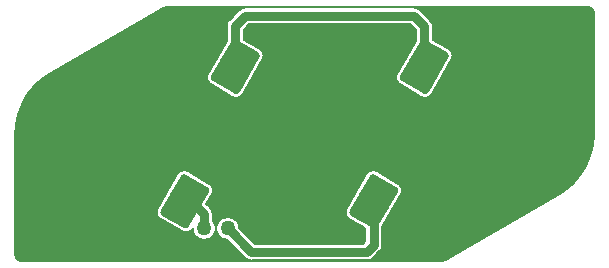
<source format=gtl>
G04 #@! TF.GenerationSoftware,KiCad,Pcbnew,(5.1.4)-1*
G04 #@! TF.CreationDate,2020-09-24T22:44:40-04:00*
G04 #@! TF.ProjectId,Headlight Right,48656164-6c69-4676-9874-205269676874,rev?*
G04 #@! TF.SameCoordinates,Original*
G04 #@! TF.FileFunction,Copper,L1,Top*
G04 #@! TF.FilePolarity,Positive*
%FSLAX46Y46*%
G04 Gerber Fmt 4.6, Leading zero omitted, Abs format (unit mm)*
G04 Created by KiCad (PCBNEW (5.1.4)-1) date 2020-09-24 22:44:40*
%MOMM*%
%LPD*%
G04 APERTURE LIST*
%ADD10C,0.800000*%
%ADD11C,6.400000*%
%ADD12C,0.100000*%
%ADD13C,2.750000*%
%ADD14C,6.000001*%
%ADD15C,1.270000*%
%ADD16C,0.762000*%
%ADD17C,0.152400*%
G04 APERTURE END LIST*
D10*
X138697056Y-98302944D03*
X137000000Y-97600000D03*
X135302944Y-98302944D03*
X134600000Y-100000000D03*
X135302944Y-101697056D03*
X137000000Y-102400000D03*
X138697056Y-101697056D03*
X139400000Y-100000000D03*
D11*
X137000000Y-100000000D03*
D10*
X101697056Y-98302944D03*
X100000000Y-97600000D03*
X98302944Y-98302944D03*
X97600000Y-100000000D03*
X98302944Y-101697056D03*
X100000000Y-102400000D03*
X101697056Y-101697056D03*
X102400000Y-100000000D03*
D11*
X100000000Y-100000000D03*
D12*
G36*
X108345929Y-103405363D02*
G01*
X108379118Y-103411402D01*
X108411556Y-103420665D01*
X108442929Y-103433063D01*
X108472936Y-103448476D01*
X110259114Y-104479726D01*
X110287466Y-104498006D01*
X110313889Y-104518977D01*
X110338130Y-104542437D01*
X110359954Y-104568160D01*
X110379152Y-104595899D01*
X110395539Y-104625385D01*
X110408957Y-104656336D01*
X110419276Y-104688453D01*
X110426398Y-104721427D01*
X110430253Y-104754940D01*
X110430805Y-104788669D01*
X110428048Y-104822290D01*
X110422009Y-104855479D01*
X110412746Y-104887917D01*
X110400348Y-104919290D01*
X110384935Y-104949297D01*
X108728685Y-107818007D01*
X108710405Y-107846359D01*
X108689434Y-107872782D01*
X108665974Y-107897023D01*
X108640251Y-107918847D01*
X108612512Y-107938045D01*
X108583026Y-107954432D01*
X108552075Y-107967850D01*
X108519958Y-107978169D01*
X108486984Y-107985291D01*
X108453471Y-107989146D01*
X108419742Y-107989698D01*
X108386121Y-107986941D01*
X108352932Y-107980902D01*
X108320494Y-107971639D01*
X108289121Y-107959241D01*
X108259114Y-107943828D01*
X106472936Y-106912578D01*
X106444584Y-106894298D01*
X106418161Y-106873327D01*
X106393920Y-106849867D01*
X106372096Y-106824144D01*
X106352898Y-106796405D01*
X106336511Y-106766919D01*
X106323093Y-106735968D01*
X106312774Y-106703851D01*
X106305652Y-106670877D01*
X106301797Y-106637364D01*
X106301245Y-106603635D01*
X106304002Y-106570014D01*
X106310041Y-106536825D01*
X106319304Y-106504387D01*
X106331702Y-106473014D01*
X106347115Y-106443007D01*
X108003365Y-103574297D01*
X108021645Y-103545945D01*
X108042616Y-103519522D01*
X108066076Y-103495281D01*
X108091799Y-103473457D01*
X108119538Y-103454259D01*
X108149024Y-103437872D01*
X108179975Y-103424454D01*
X108212092Y-103414135D01*
X108245066Y-103407013D01*
X108278579Y-103403158D01*
X108312308Y-103402606D01*
X108345929Y-103405363D01*
X108345929Y-103405363D01*
G37*
D13*
X108366025Y-105696152D03*
D12*
G36*
X112613879Y-92013059D02*
G01*
X112647068Y-92019098D01*
X112679506Y-92028361D01*
X112710879Y-92040759D01*
X112740886Y-92056172D01*
X114527064Y-93087422D01*
X114555416Y-93105702D01*
X114581839Y-93126673D01*
X114606080Y-93150133D01*
X114627904Y-93175856D01*
X114647102Y-93203595D01*
X114663489Y-93233081D01*
X114676907Y-93264032D01*
X114687226Y-93296149D01*
X114694348Y-93329123D01*
X114698203Y-93362636D01*
X114698755Y-93396365D01*
X114695998Y-93429986D01*
X114689959Y-93463175D01*
X114680696Y-93495613D01*
X114668298Y-93526986D01*
X114652885Y-93556993D01*
X112996635Y-96425703D01*
X112978355Y-96454055D01*
X112957384Y-96480478D01*
X112933924Y-96504719D01*
X112908201Y-96526543D01*
X112880462Y-96545741D01*
X112850976Y-96562128D01*
X112820025Y-96575546D01*
X112787908Y-96585865D01*
X112754934Y-96592987D01*
X112721421Y-96596842D01*
X112687692Y-96597394D01*
X112654071Y-96594637D01*
X112620882Y-96588598D01*
X112588444Y-96579335D01*
X112557071Y-96566937D01*
X112527064Y-96551524D01*
X110740886Y-95520274D01*
X110712534Y-95501994D01*
X110686111Y-95481023D01*
X110661870Y-95457563D01*
X110640046Y-95431840D01*
X110620848Y-95404101D01*
X110604461Y-95374615D01*
X110591043Y-95343664D01*
X110580724Y-95311547D01*
X110573602Y-95278573D01*
X110569747Y-95245060D01*
X110569195Y-95211331D01*
X110571952Y-95177710D01*
X110577991Y-95144521D01*
X110587254Y-95112083D01*
X110599652Y-95080710D01*
X110615065Y-95050703D01*
X112271315Y-92181993D01*
X112289595Y-92153641D01*
X112310566Y-92127218D01*
X112334026Y-92102977D01*
X112359749Y-92081153D01*
X112387488Y-92061955D01*
X112416974Y-92045568D01*
X112447925Y-92032150D01*
X112480042Y-92021831D01*
X112513016Y-92014709D01*
X112546529Y-92010854D01*
X112580258Y-92010302D01*
X112613879Y-92013059D01*
X112613879Y-92013059D01*
G37*
D13*
X112633975Y-94303848D03*
D14*
X110500000Y-100000000D03*
D12*
G36*
X128613879Y-92013059D02*
G01*
X128647068Y-92019098D01*
X128679506Y-92028361D01*
X128710879Y-92040759D01*
X128740886Y-92056172D01*
X130527064Y-93087422D01*
X130555416Y-93105702D01*
X130581839Y-93126673D01*
X130606080Y-93150133D01*
X130627904Y-93175856D01*
X130647102Y-93203595D01*
X130663489Y-93233081D01*
X130676907Y-93264032D01*
X130687226Y-93296149D01*
X130694348Y-93329123D01*
X130698203Y-93362636D01*
X130698755Y-93396365D01*
X130695998Y-93429986D01*
X130689959Y-93463175D01*
X130680696Y-93495613D01*
X130668298Y-93526986D01*
X130652885Y-93556993D01*
X128996635Y-96425703D01*
X128978355Y-96454055D01*
X128957384Y-96480478D01*
X128933924Y-96504719D01*
X128908201Y-96526543D01*
X128880462Y-96545741D01*
X128850976Y-96562128D01*
X128820025Y-96575546D01*
X128787908Y-96585865D01*
X128754934Y-96592987D01*
X128721421Y-96596842D01*
X128687692Y-96597394D01*
X128654071Y-96594637D01*
X128620882Y-96588598D01*
X128588444Y-96579335D01*
X128557071Y-96566937D01*
X128527064Y-96551524D01*
X126740886Y-95520274D01*
X126712534Y-95501994D01*
X126686111Y-95481023D01*
X126661870Y-95457563D01*
X126640046Y-95431840D01*
X126620848Y-95404101D01*
X126604461Y-95374615D01*
X126591043Y-95343664D01*
X126580724Y-95311547D01*
X126573602Y-95278573D01*
X126569747Y-95245060D01*
X126569195Y-95211331D01*
X126571952Y-95177710D01*
X126577991Y-95144521D01*
X126587254Y-95112083D01*
X126599652Y-95080710D01*
X126615065Y-95050703D01*
X128271315Y-92181993D01*
X128289595Y-92153641D01*
X128310566Y-92127218D01*
X128334026Y-92102977D01*
X128359749Y-92081153D01*
X128387488Y-92061955D01*
X128416974Y-92045568D01*
X128447925Y-92032150D01*
X128480042Y-92021831D01*
X128513016Y-92014709D01*
X128546529Y-92010854D01*
X128580258Y-92010302D01*
X128613879Y-92013059D01*
X128613879Y-92013059D01*
G37*
D13*
X128633975Y-94303848D03*
D12*
G36*
X124345929Y-103405363D02*
G01*
X124379118Y-103411402D01*
X124411556Y-103420665D01*
X124442929Y-103433063D01*
X124472936Y-103448476D01*
X126259114Y-104479726D01*
X126287466Y-104498006D01*
X126313889Y-104518977D01*
X126338130Y-104542437D01*
X126359954Y-104568160D01*
X126379152Y-104595899D01*
X126395539Y-104625385D01*
X126408957Y-104656336D01*
X126419276Y-104688453D01*
X126426398Y-104721427D01*
X126430253Y-104754940D01*
X126430805Y-104788669D01*
X126428048Y-104822290D01*
X126422009Y-104855479D01*
X126412746Y-104887917D01*
X126400348Y-104919290D01*
X126384935Y-104949297D01*
X124728685Y-107818007D01*
X124710405Y-107846359D01*
X124689434Y-107872782D01*
X124665974Y-107897023D01*
X124640251Y-107918847D01*
X124612512Y-107938045D01*
X124583026Y-107954432D01*
X124552075Y-107967850D01*
X124519958Y-107978169D01*
X124486984Y-107985291D01*
X124453471Y-107989146D01*
X124419742Y-107989698D01*
X124386121Y-107986941D01*
X124352932Y-107980902D01*
X124320494Y-107971639D01*
X124289121Y-107959241D01*
X124259114Y-107943828D01*
X122472936Y-106912578D01*
X122444584Y-106894298D01*
X122418161Y-106873327D01*
X122393920Y-106849867D01*
X122372096Y-106824144D01*
X122352898Y-106796405D01*
X122336511Y-106766919D01*
X122323093Y-106735968D01*
X122312774Y-106703851D01*
X122305652Y-106670877D01*
X122301797Y-106637364D01*
X122301245Y-106603635D01*
X122304002Y-106570014D01*
X122310041Y-106536825D01*
X122319304Y-106504387D01*
X122331702Y-106473014D01*
X122347115Y-106443007D01*
X124003365Y-103574297D01*
X124021645Y-103545945D01*
X124042616Y-103519522D01*
X124066076Y-103495281D01*
X124091799Y-103473457D01*
X124119538Y-103454259D01*
X124149024Y-103437872D01*
X124179975Y-103424454D01*
X124212092Y-103414135D01*
X124245066Y-103407013D01*
X124278579Y-103403158D01*
X124312308Y-103402606D01*
X124345929Y-103405363D01*
X124345929Y-103405363D01*
G37*
D13*
X124366025Y-105696152D03*
D14*
X126500000Y-100000000D03*
D15*
X108500000Y-99500000D03*
X112500000Y-100500000D03*
X124500000Y-99500000D03*
X128500000Y-100500000D03*
X126500000Y-100000000D03*
X110500000Y-100000000D03*
X126000000Y-102000000D03*
X127000000Y-98000000D03*
X110000000Y-102000000D03*
X111000000Y-98000000D03*
X116000000Y-92000000D03*
X118000000Y-92000000D03*
X120000000Y-92000000D03*
X122000000Y-92000000D03*
X124000000Y-92000000D03*
X126000000Y-92000000D03*
X125000000Y-94000000D03*
X123000000Y-94000000D03*
X121000000Y-94000000D03*
X119000000Y-94000000D03*
X117000000Y-94000000D03*
X116000000Y-96000000D03*
X118000000Y-96000000D03*
X120000000Y-96000000D03*
X122000000Y-96000000D03*
X124000000Y-96000000D03*
X121000000Y-98000000D03*
X119000000Y-98000000D03*
X117000000Y-98000000D03*
X115000000Y-98000000D03*
X116000000Y-100000000D03*
X118000000Y-100000000D03*
X120000000Y-100000000D03*
X122000000Y-100000000D03*
X121000000Y-102000000D03*
X119000000Y-102000000D03*
X117000000Y-102000000D03*
X115000000Y-102000000D03*
X114000000Y-104000000D03*
X116000000Y-104000000D03*
X118000000Y-104000000D03*
X120000000Y-104000000D03*
X122000000Y-104000000D03*
X121000000Y-106000000D03*
X119000000Y-106000000D03*
X117000000Y-106000000D03*
X115000000Y-106000000D03*
X116000000Y-108000000D03*
X118000000Y-108000000D03*
X120000000Y-108000000D03*
X110000000Y-92000000D03*
X109000000Y-94000000D03*
X108000000Y-92000000D03*
X107000000Y-94000000D03*
X106000000Y-92000000D03*
X105000000Y-94000000D03*
X106000000Y-96000000D03*
X108000000Y-96000000D03*
X107000000Y-98000000D03*
X105000000Y-98000000D03*
X106000000Y-100000000D03*
X105000000Y-102000000D03*
X107000000Y-102000000D03*
X106000000Y-104000000D03*
X105000000Y-106000000D03*
X106000000Y-108000000D03*
X132000000Y-92000000D03*
X134000000Y-92000000D03*
X133000000Y-94000000D03*
X135000000Y-94000000D03*
X136000000Y-92000000D03*
X134000000Y-96000000D03*
X136000000Y-96000000D03*
X132000000Y-96000000D03*
X131000000Y-98000000D03*
X133000000Y-98000000D03*
X132000000Y-100000000D03*
X133000000Y-102000000D03*
X131000000Y-102000000D03*
X132000000Y-104000000D03*
X130000000Y-104000000D03*
X134000000Y-104000000D03*
X128000000Y-104000000D03*
X129000000Y-106000000D03*
X131000000Y-106000000D03*
X133000000Y-106000000D03*
X132000000Y-108000000D03*
X130000000Y-108000000D03*
X128000000Y-108000000D03*
X104000000Y-104000000D03*
X104000000Y-108000000D03*
X103000000Y-106000000D03*
X112000000Y-108000000D03*
X110000000Y-108000000D03*
D16*
X128633975Y-90883975D02*
X128633975Y-94303848D01*
X127750000Y-90000000D02*
X128633975Y-90883975D01*
X113500000Y-90000000D02*
X127750000Y-90000000D01*
X112633975Y-94303848D02*
X112633975Y-90866025D01*
X112633975Y-90866025D02*
X113500000Y-90000000D01*
X114000000Y-110000000D02*
X112000000Y-108000000D01*
X123750000Y-110000000D02*
X114000000Y-110000000D01*
X124366025Y-105696152D02*
X124366025Y-109383975D01*
X124366025Y-109383975D02*
X123750000Y-110000000D01*
X110000000Y-106750000D02*
X110000000Y-108000000D01*
X108366025Y-105696152D02*
X108946152Y-105696152D01*
X108946152Y-105696152D02*
X110000000Y-106750000D01*
D17*
G36*
X142592613Y-89282278D02*
G01*
X142681695Y-89309173D01*
X142763856Y-89352859D01*
X142835974Y-89411677D01*
X142895289Y-89483376D01*
X142939546Y-89565228D01*
X142967065Y-89654130D01*
X142979301Y-89770542D01*
X142979300Y-99979539D01*
X142904094Y-100935118D01*
X142685120Y-101847208D01*
X142326161Y-102713812D01*
X141836051Y-103513599D01*
X141226868Y-104226863D01*
X140508390Y-104840501D01*
X139977826Y-105185052D01*
X130740239Y-110518376D01*
X130454452Y-110648015D01*
X130165816Y-110715713D01*
X129961260Y-110729300D01*
X94525467Y-110729300D01*
X94407387Y-110717722D01*
X94318306Y-110690827D01*
X94236143Y-110647141D01*
X94164026Y-110588323D01*
X94104711Y-110516624D01*
X94060455Y-110434773D01*
X94032935Y-110345870D01*
X94020700Y-110229466D01*
X94020700Y-106659065D01*
X105970710Y-106659065D01*
X105992283Y-106789727D01*
X106038931Y-106913669D01*
X106108864Y-107026129D01*
X106199392Y-107122785D01*
X106307038Y-107199923D01*
X108093216Y-108231173D01*
X108213842Y-108285828D01*
X108342813Y-108315900D01*
X108475172Y-108320233D01*
X108605834Y-108298660D01*
X108729776Y-108252012D01*
X108842236Y-108182079D01*
X108938892Y-108091551D01*
X109016030Y-107983905D01*
X109034800Y-107951394D01*
X109034800Y-108095064D01*
X109071892Y-108281538D01*
X109144651Y-108457194D01*
X109250280Y-108615279D01*
X109384721Y-108749720D01*
X109542806Y-108855349D01*
X109718462Y-108928108D01*
X109904936Y-108965200D01*
X110095064Y-108965200D01*
X110281538Y-108928108D01*
X110457194Y-108855349D01*
X110615279Y-108749720D01*
X110749720Y-108615279D01*
X110855349Y-108457194D01*
X110928108Y-108281538D01*
X110965200Y-108095064D01*
X110965200Y-107904936D01*
X111034800Y-107904936D01*
X111034800Y-108095064D01*
X111071892Y-108281538D01*
X111144651Y-108457194D01*
X111250280Y-108615279D01*
X111384721Y-108749720D01*
X111542806Y-108855349D01*
X111718462Y-108928108D01*
X111904936Y-108965200D01*
X111959413Y-108965200D01*
X113472403Y-110478191D01*
X113494673Y-110505327D01*
X113602967Y-110594202D01*
X113726519Y-110660242D01*
X113860580Y-110700909D01*
X113965064Y-110711200D01*
X113965073Y-110711200D01*
X113999999Y-110714640D01*
X114034925Y-110711200D01*
X123715074Y-110711200D01*
X123750000Y-110714640D01*
X123784926Y-110711200D01*
X123784936Y-110711200D01*
X123889420Y-110700909D01*
X124023481Y-110660242D01*
X124147033Y-110594202D01*
X124255327Y-110505327D01*
X124277601Y-110478186D01*
X124844215Y-109911573D01*
X124871352Y-109889302D01*
X124960227Y-109781008D01*
X125026267Y-109657456D01*
X125066934Y-109523395D01*
X125077225Y-109418911D01*
X125077225Y-109418904D01*
X125080665Y-109383975D01*
X125077225Y-109349047D01*
X125077225Y-107877912D01*
X126672280Y-105115195D01*
X126726935Y-104994569D01*
X126757007Y-104865598D01*
X126761340Y-104733239D01*
X126739767Y-104602577D01*
X126693119Y-104478635D01*
X126623186Y-104366175D01*
X126532658Y-104269519D01*
X126425012Y-104192381D01*
X124638834Y-103161131D01*
X124518208Y-103106476D01*
X124389237Y-103076404D01*
X124256878Y-103072071D01*
X124126216Y-103093644D01*
X124002274Y-103140292D01*
X123889814Y-103210225D01*
X123793158Y-103300753D01*
X123716020Y-103408399D01*
X122059770Y-106277109D01*
X122005115Y-106397735D01*
X121975043Y-106526706D01*
X121970710Y-106659065D01*
X121992283Y-106789727D01*
X122038931Y-106913669D01*
X122108864Y-107026129D01*
X122199392Y-107122785D01*
X122307038Y-107199923D01*
X123654826Y-107978068D01*
X123654826Y-109089386D01*
X123455413Y-109288800D01*
X114294588Y-109288800D01*
X112965200Y-107959413D01*
X112965200Y-107904936D01*
X112928108Y-107718462D01*
X112855349Y-107542806D01*
X112749720Y-107384721D01*
X112615279Y-107250280D01*
X112457194Y-107144651D01*
X112281538Y-107071892D01*
X112095064Y-107034800D01*
X111904936Y-107034800D01*
X111718462Y-107071892D01*
X111542806Y-107144651D01*
X111384721Y-107250280D01*
X111250280Y-107384721D01*
X111144651Y-107542806D01*
X111071892Y-107718462D01*
X111034800Y-107904936D01*
X110965200Y-107904936D01*
X110928108Y-107718462D01*
X110855349Y-107542806D01*
X110749720Y-107384721D01*
X110711200Y-107346201D01*
X110711200Y-106784925D01*
X110714640Y-106749999D01*
X110711200Y-106715073D01*
X110711200Y-106715064D01*
X110700909Y-106610580D01*
X110660242Y-106476519D01*
X110594202Y-106352967D01*
X110527597Y-106271809D01*
X110527593Y-106271805D01*
X110505326Y-106244673D01*
X110478195Y-106222407D01*
X110195972Y-105940185D01*
X110672280Y-105115195D01*
X110726935Y-104994569D01*
X110757007Y-104865598D01*
X110761340Y-104733239D01*
X110739767Y-104602577D01*
X110693119Y-104478635D01*
X110623186Y-104366175D01*
X110532658Y-104269519D01*
X110425012Y-104192381D01*
X108638834Y-103161131D01*
X108518208Y-103106476D01*
X108389237Y-103076404D01*
X108256878Y-103072071D01*
X108126216Y-103093644D01*
X108002274Y-103140292D01*
X107889814Y-103210225D01*
X107793158Y-103300753D01*
X107716020Y-103408399D01*
X106059770Y-106277109D01*
X106005115Y-106397735D01*
X105975043Y-106526706D01*
X105970710Y-106659065D01*
X94020700Y-106659065D01*
X94020700Y-103028457D01*
X99829466Y-103028457D01*
X99874950Y-103122998D01*
X100018402Y-103133502D01*
X100125050Y-103122998D01*
X100170534Y-103028457D01*
X136829466Y-103028457D01*
X136874950Y-103122998D01*
X137018402Y-103133502D01*
X137125050Y-103122998D01*
X137170534Y-103028457D01*
X137000000Y-102857922D01*
X136829466Y-103028457D01*
X100170534Y-103028457D01*
X100000000Y-102857922D01*
X99829466Y-103028457D01*
X94020700Y-103028457D01*
X94020700Y-102325513D01*
X98132410Y-102325513D01*
X98177894Y-102420054D01*
X98321346Y-102430558D01*
X98427994Y-102420054D01*
X98428788Y-102418402D01*
X99266498Y-102418402D01*
X99277002Y-102525050D01*
X99371543Y-102570534D01*
X99542078Y-102400000D01*
X100457922Y-102400000D01*
X100628457Y-102570534D01*
X100722998Y-102525050D01*
X100733502Y-102381598D01*
X100727979Y-102325513D01*
X101526522Y-102325513D01*
X101572006Y-102420054D01*
X101715458Y-102430558D01*
X101822106Y-102420054D01*
X101867590Y-102325513D01*
X135132410Y-102325513D01*
X135177894Y-102420054D01*
X135321346Y-102430558D01*
X135427994Y-102420054D01*
X135428788Y-102418402D01*
X136266498Y-102418402D01*
X136277002Y-102525050D01*
X136371543Y-102570534D01*
X136542078Y-102400000D01*
X137457922Y-102400000D01*
X137628457Y-102570534D01*
X137722998Y-102525050D01*
X137733502Y-102381598D01*
X137727979Y-102325513D01*
X138526522Y-102325513D01*
X138572006Y-102420054D01*
X138715458Y-102430558D01*
X138822106Y-102420054D01*
X138867590Y-102325513D01*
X138697056Y-102154978D01*
X138526522Y-102325513D01*
X137727979Y-102325513D01*
X137722998Y-102274950D01*
X137628457Y-102229466D01*
X137457922Y-102400000D01*
X136542078Y-102400000D01*
X136371543Y-102229466D01*
X136277002Y-102274950D01*
X136266498Y-102418402D01*
X135428788Y-102418402D01*
X135473478Y-102325513D01*
X135302944Y-102154978D01*
X135132410Y-102325513D01*
X101867590Y-102325513D01*
X101697056Y-102154978D01*
X101526522Y-102325513D01*
X100727979Y-102325513D01*
X100722998Y-102274950D01*
X100628457Y-102229466D01*
X100457922Y-102400000D01*
X99542078Y-102400000D01*
X99371543Y-102229466D01*
X99277002Y-102274950D01*
X99266498Y-102418402D01*
X98428788Y-102418402D01*
X98473478Y-102325513D01*
X98302944Y-102154978D01*
X98132410Y-102325513D01*
X94020700Y-102325513D01*
X94020700Y-101715458D01*
X97569442Y-101715458D01*
X97579946Y-101822106D01*
X97674487Y-101867590D01*
X97845022Y-101697056D01*
X98760866Y-101697056D01*
X98931401Y-101867590D01*
X99025942Y-101822106D01*
X99029644Y-101771543D01*
X99829466Y-101771543D01*
X100000000Y-101942078D01*
X100170534Y-101771543D01*
X100143552Y-101715458D01*
X100963554Y-101715458D01*
X100974058Y-101822106D01*
X101068599Y-101867590D01*
X101239134Y-101697056D01*
X102154978Y-101697056D01*
X102325513Y-101867590D01*
X102420054Y-101822106D01*
X102427863Y-101715458D01*
X134569442Y-101715458D01*
X134579946Y-101822106D01*
X134674487Y-101867590D01*
X134845022Y-101697056D01*
X135760866Y-101697056D01*
X135931401Y-101867590D01*
X136025942Y-101822106D01*
X136029644Y-101771543D01*
X136829466Y-101771543D01*
X137000000Y-101942078D01*
X137170534Y-101771543D01*
X137143552Y-101715458D01*
X137963554Y-101715458D01*
X137974058Y-101822106D01*
X138068599Y-101867590D01*
X138239134Y-101697056D01*
X139154978Y-101697056D01*
X139325513Y-101867590D01*
X139420054Y-101822106D01*
X139430558Y-101678654D01*
X139420054Y-101572006D01*
X139325513Y-101526522D01*
X139154978Y-101697056D01*
X138239134Y-101697056D01*
X138068599Y-101526522D01*
X137974058Y-101572006D01*
X137963554Y-101715458D01*
X137143552Y-101715458D01*
X137125050Y-101677002D01*
X136981598Y-101666498D01*
X136874950Y-101677002D01*
X136829466Y-101771543D01*
X136029644Y-101771543D01*
X136036446Y-101678654D01*
X136025942Y-101572006D01*
X135931401Y-101526522D01*
X135760866Y-101697056D01*
X134845022Y-101697056D01*
X134674487Y-101526522D01*
X134579946Y-101572006D01*
X134569442Y-101715458D01*
X102427863Y-101715458D01*
X102430558Y-101678654D01*
X102420054Y-101572006D01*
X102325513Y-101526522D01*
X102154978Y-101697056D01*
X101239134Y-101697056D01*
X101068599Y-101526522D01*
X100974058Y-101572006D01*
X100963554Y-101715458D01*
X100143552Y-101715458D01*
X100125050Y-101677002D01*
X99981598Y-101666498D01*
X99874950Y-101677002D01*
X99829466Y-101771543D01*
X99029644Y-101771543D01*
X99036446Y-101678654D01*
X99025942Y-101572006D01*
X98931401Y-101526522D01*
X98760866Y-101697056D01*
X97845022Y-101697056D01*
X97674487Y-101526522D01*
X97579946Y-101572006D01*
X97569442Y-101715458D01*
X94020700Y-101715458D01*
X94020700Y-101068599D01*
X98132410Y-101068599D01*
X98302944Y-101239134D01*
X98473478Y-101068599D01*
X101526522Y-101068599D01*
X101697056Y-101239134D01*
X101867590Y-101068599D01*
X135132410Y-101068599D01*
X135302944Y-101239134D01*
X135473478Y-101068599D01*
X138526522Y-101068599D01*
X138697056Y-101239134D01*
X138867590Y-101068599D01*
X138822106Y-100974058D01*
X138678654Y-100963554D01*
X138572006Y-100974058D01*
X138526522Y-101068599D01*
X135473478Y-101068599D01*
X135427994Y-100974058D01*
X135284542Y-100963554D01*
X135177894Y-100974058D01*
X135132410Y-101068599D01*
X101867590Y-101068599D01*
X101822106Y-100974058D01*
X101678654Y-100963554D01*
X101572006Y-100974058D01*
X101526522Y-101068599D01*
X98473478Y-101068599D01*
X98427994Y-100974058D01*
X98284542Y-100963554D01*
X98177894Y-100974058D01*
X98132410Y-101068599D01*
X94020700Y-101068599D01*
X94020700Y-100628457D01*
X97429466Y-100628457D01*
X97474950Y-100722998D01*
X97618402Y-100733502D01*
X97725050Y-100722998D01*
X97770534Y-100628457D01*
X102229466Y-100628457D01*
X102274950Y-100722998D01*
X102418402Y-100733502D01*
X102525050Y-100722998D01*
X102570534Y-100628457D01*
X134429466Y-100628457D01*
X134474950Y-100722998D01*
X134618402Y-100733502D01*
X134725050Y-100722998D01*
X134770534Y-100628457D01*
X139229466Y-100628457D01*
X139274950Y-100722998D01*
X139418402Y-100733502D01*
X139525050Y-100722998D01*
X139570534Y-100628457D01*
X139400000Y-100457922D01*
X139229466Y-100628457D01*
X134770534Y-100628457D01*
X134600000Y-100457922D01*
X134429466Y-100628457D01*
X102570534Y-100628457D01*
X102400000Y-100457922D01*
X102229466Y-100628457D01*
X97770534Y-100628457D01*
X97600000Y-100457922D01*
X97429466Y-100628457D01*
X94020700Y-100628457D01*
X94020700Y-100020461D01*
X94020862Y-100018402D01*
X96866498Y-100018402D01*
X96877002Y-100125050D01*
X96971543Y-100170534D01*
X97142078Y-100000000D01*
X98057922Y-100000000D01*
X98228457Y-100170534D01*
X98322998Y-100125050D01*
X98330807Y-100018402D01*
X101666498Y-100018402D01*
X101677002Y-100125050D01*
X101771543Y-100170534D01*
X101942078Y-100000000D01*
X102857922Y-100000000D01*
X103028457Y-100170534D01*
X103122998Y-100125050D01*
X103130807Y-100018402D01*
X133866498Y-100018402D01*
X133877002Y-100125050D01*
X133971543Y-100170534D01*
X134142078Y-100000000D01*
X135057922Y-100000000D01*
X135228457Y-100170534D01*
X135322998Y-100125050D01*
X135330807Y-100018402D01*
X138666498Y-100018402D01*
X138677002Y-100125050D01*
X138771543Y-100170534D01*
X138942078Y-100000000D01*
X139857922Y-100000000D01*
X140028457Y-100170534D01*
X140122998Y-100125050D01*
X140133502Y-99981598D01*
X140122998Y-99874950D01*
X140028457Y-99829466D01*
X139857922Y-100000000D01*
X138942078Y-100000000D01*
X138771543Y-99829466D01*
X138677002Y-99874950D01*
X138666498Y-100018402D01*
X135330807Y-100018402D01*
X135333502Y-99981598D01*
X135322998Y-99874950D01*
X135228457Y-99829466D01*
X135057922Y-100000000D01*
X134142078Y-100000000D01*
X133971543Y-99829466D01*
X133877002Y-99874950D01*
X133866498Y-100018402D01*
X103130807Y-100018402D01*
X103133502Y-99981598D01*
X103122998Y-99874950D01*
X103028457Y-99829466D01*
X102857922Y-100000000D01*
X101942078Y-100000000D01*
X101771543Y-99829466D01*
X101677002Y-99874950D01*
X101666498Y-100018402D01*
X98330807Y-100018402D01*
X98333502Y-99981598D01*
X98322998Y-99874950D01*
X98228457Y-99829466D01*
X98057922Y-100000000D01*
X97142078Y-100000000D01*
X96971543Y-99829466D01*
X96877002Y-99874950D01*
X96866498Y-100018402D01*
X94020862Y-100018402D01*
X94071771Y-99371543D01*
X97429466Y-99371543D01*
X97600000Y-99542078D01*
X97770534Y-99371543D01*
X102229466Y-99371543D01*
X102400000Y-99542078D01*
X102570534Y-99371543D01*
X134429466Y-99371543D01*
X134600000Y-99542078D01*
X134770534Y-99371543D01*
X139229466Y-99371543D01*
X139400000Y-99542078D01*
X139570534Y-99371543D01*
X139525050Y-99277002D01*
X139381598Y-99266498D01*
X139274950Y-99277002D01*
X139229466Y-99371543D01*
X134770534Y-99371543D01*
X134725050Y-99277002D01*
X134581598Y-99266498D01*
X134474950Y-99277002D01*
X134429466Y-99371543D01*
X102570534Y-99371543D01*
X102525050Y-99277002D01*
X102381598Y-99266498D01*
X102274950Y-99277002D01*
X102229466Y-99371543D01*
X97770534Y-99371543D01*
X97725050Y-99277002D01*
X97581598Y-99266498D01*
X97474950Y-99277002D01*
X97429466Y-99371543D01*
X94071771Y-99371543D01*
X94095906Y-99064882D01*
X94127951Y-98931401D01*
X98132410Y-98931401D01*
X98177894Y-99025942D01*
X98321346Y-99036446D01*
X98427994Y-99025942D01*
X98473478Y-98931401D01*
X101526522Y-98931401D01*
X101572006Y-99025942D01*
X101715458Y-99036446D01*
X101822106Y-99025942D01*
X101867590Y-98931401D01*
X135132410Y-98931401D01*
X135177894Y-99025942D01*
X135321346Y-99036446D01*
X135427994Y-99025942D01*
X135473478Y-98931401D01*
X138526522Y-98931401D01*
X138572006Y-99025942D01*
X138715458Y-99036446D01*
X138822106Y-99025942D01*
X138867590Y-98931401D01*
X138697056Y-98760866D01*
X138526522Y-98931401D01*
X135473478Y-98931401D01*
X135302944Y-98760866D01*
X135132410Y-98931401D01*
X101867590Y-98931401D01*
X101697056Y-98760866D01*
X101526522Y-98931401D01*
X98473478Y-98931401D01*
X98302944Y-98760866D01*
X98132410Y-98931401D01*
X94127951Y-98931401D01*
X94274413Y-98321346D01*
X97569442Y-98321346D01*
X97579946Y-98427994D01*
X97674487Y-98473478D01*
X97845022Y-98302944D01*
X98760866Y-98302944D01*
X98931401Y-98473478D01*
X99025942Y-98427994D01*
X99036446Y-98284542D01*
X99030923Y-98228457D01*
X99829466Y-98228457D01*
X99874950Y-98322998D01*
X100018402Y-98333502D01*
X100125050Y-98322998D01*
X100125844Y-98321346D01*
X100963554Y-98321346D01*
X100974058Y-98427994D01*
X101068599Y-98473478D01*
X101239134Y-98302944D01*
X102154978Y-98302944D01*
X102325513Y-98473478D01*
X102420054Y-98427994D01*
X102427863Y-98321346D01*
X134569442Y-98321346D01*
X134579946Y-98427994D01*
X134674487Y-98473478D01*
X134845022Y-98302944D01*
X135760866Y-98302944D01*
X135931401Y-98473478D01*
X136025942Y-98427994D01*
X136036446Y-98284542D01*
X136030923Y-98228457D01*
X136829466Y-98228457D01*
X136874950Y-98322998D01*
X137018402Y-98333502D01*
X137125050Y-98322998D01*
X137125844Y-98321346D01*
X137963554Y-98321346D01*
X137974058Y-98427994D01*
X138068599Y-98473478D01*
X138239134Y-98302944D01*
X139154978Y-98302944D01*
X139325513Y-98473478D01*
X139420054Y-98427994D01*
X139430558Y-98284542D01*
X139420054Y-98177894D01*
X139325513Y-98132410D01*
X139154978Y-98302944D01*
X138239134Y-98302944D01*
X138068599Y-98132410D01*
X137974058Y-98177894D01*
X137963554Y-98321346D01*
X137125844Y-98321346D01*
X137170534Y-98228457D01*
X137000000Y-98057922D01*
X136829466Y-98228457D01*
X136030923Y-98228457D01*
X136025942Y-98177894D01*
X135931401Y-98132410D01*
X135760866Y-98302944D01*
X134845022Y-98302944D01*
X134674487Y-98132410D01*
X134579946Y-98177894D01*
X134569442Y-98321346D01*
X102427863Y-98321346D01*
X102430558Y-98284542D01*
X102420054Y-98177894D01*
X102325513Y-98132410D01*
X102154978Y-98302944D01*
X101239134Y-98302944D01*
X101068599Y-98132410D01*
X100974058Y-98177894D01*
X100963554Y-98321346D01*
X100125844Y-98321346D01*
X100170534Y-98228457D01*
X100000000Y-98057922D01*
X99829466Y-98228457D01*
X99030923Y-98228457D01*
X99025942Y-98177894D01*
X98931401Y-98132410D01*
X98760866Y-98302944D01*
X97845022Y-98302944D01*
X97674487Y-98132410D01*
X97579946Y-98177894D01*
X97569442Y-98321346D01*
X94274413Y-98321346D01*
X94314880Y-98152792D01*
X94513000Y-97674487D01*
X98132410Y-97674487D01*
X98302944Y-97845022D01*
X98473478Y-97674487D01*
X98446496Y-97618402D01*
X99266498Y-97618402D01*
X99277002Y-97725050D01*
X99371543Y-97770534D01*
X99542078Y-97600000D01*
X100457922Y-97600000D01*
X100628457Y-97770534D01*
X100722998Y-97725050D01*
X100726700Y-97674487D01*
X101526522Y-97674487D01*
X101697056Y-97845022D01*
X101867590Y-97674487D01*
X135132410Y-97674487D01*
X135302944Y-97845022D01*
X135473478Y-97674487D01*
X135446496Y-97618402D01*
X136266498Y-97618402D01*
X136277002Y-97725050D01*
X136371543Y-97770534D01*
X136542078Y-97600000D01*
X137457922Y-97600000D01*
X137628457Y-97770534D01*
X137722998Y-97725050D01*
X137726700Y-97674487D01*
X138526522Y-97674487D01*
X138697056Y-97845022D01*
X138867590Y-97674487D01*
X138822106Y-97579946D01*
X138678654Y-97569442D01*
X138572006Y-97579946D01*
X138526522Y-97674487D01*
X137726700Y-97674487D01*
X137733502Y-97581598D01*
X137722998Y-97474950D01*
X137628457Y-97429466D01*
X137457922Y-97600000D01*
X136542078Y-97600000D01*
X136371543Y-97429466D01*
X136277002Y-97474950D01*
X136266498Y-97618402D01*
X135446496Y-97618402D01*
X135427994Y-97579946D01*
X135284542Y-97569442D01*
X135177894Y-97579946D01*
X135132410Y-97674487D01*
X101867590Y-97674487D01*
X101822106Y-97579946D01*
X101678654Y-97569442D01*
X101572006Y-97579946D01*
X101526522Y-97674487D01*
X100726700Y-97674487D01*
X100733502Y-97581598D01*
X100722998Y-97474950D01*
X100628457Y-97429466D01*
X100457922Y-97600000D01*
X99542078Y-97600000D01*
X99371543Y-97429466D01*
X99277002Y-97474950D01*
X99266498Y-97618402D01*
X98446496Y-97618402D01*
X98427994Y-97579946D01*
X98284542Y-97569442D01*
X98177894Y-97579946D01*
X98132410Y-97674487D01*
X94513000Y-97674487D01*
X94673840Y-97286186D01*
X94866653Y-96971543D01*
X99829466Y-96971543D01*
X100000000Y-97142078D01*
X100170534Y-96971543D01*
X136829466Y-96971543D01*
X137000000Y-97142078D01*
X137170534Y-96971543D01*
X137125050Y-96877002D01*
X136981598Y-96866498D01*
X136874950Y-96877002D01*
X136829466Y-96971543D01*
X100170534Y-96971543D01*
X100125050Y-96877002D01*
X99981598Y-96866498D01*
X99874950Y-96877002D01*
X99829466Y-96971543D01*
X94866653Y-96971543D01*
X95163951Y-96486397D01*
X95773137Y-95773132D01*
X96366023Y-95266761D01*
X110238660Y-95266761D01*
X110260233Y-95397423D01*
X110306881Y-95521365D01*
X110376814Y-95633825D01*
X110467342Y-95730481D01*
X110574988Y-95807619D01*
X112361166Y-96838869D01*
X112481792Y-96893524D01*
X112610763Y-96923596D01*
X112743122Y-96927929D01*
X112873784Y-96906356D01*
X112997726Y-96859708D01*
X113110186Y-96789775D01*
X113206842Y-96699247D01*
X113283980Y-96591601D01*
X114940230Y-93722891D01*
X114994885Y-93602265D01*
X115024957Y-93473294D01*
X115029290Y-93340935D01*
X115007717Y-93210273D01*
X114961069Y-93086331D01*
X114891136Y-92973871D01*
X114800608Y-92877215D01*
X114692962Y-92800077D01*
X113345175Y-92021932D01*
X113345175Y-91160613D01*
X113794588Y-90711200D01*
X127455413Y-90711200D01*
X127922775Y-91178564D01*
X127922775Y-92122087D01*
X126327720Y-94884805D01*
X126273065Y-95005431D01*
X126242993Y-95134402D01*
X126238660Y-95266761D01*
X126260233Y-95397423D01*
X126306881Y-95521365D01*
X126376814Y-95633825D01*
X126467342Y-95730481D01*
X126574988Y-95807619D01*
X128361166Y-96838869D01*
X128481792Y-96893524D01*
X128610763Y-96923596D01*
X128743122Y-96927929D01*
X128873784Y-96906356D01*
X128997726Y-96859708D01*
X129110186Y-96789775D01*
X129206842Y-96699247D01*
X129283980Y-96591601D01*
X130940230Y-93722891D01*
X130994885Y-93602265D01*
X131024957Y-93473294D01*
X131029290Y-93340935D01*
X131007717Y-93210273D01*
X130961069Y-93086331D01*
X130891136Y-92973871D01*
X130800608Y-92877215D01*
X130692962Y-92800077D01*
X129345175Y-92021932D01*
X129345175Y-90918892D01*
X129348614Y-90883974D01*
X129345175Y-90849056D01*
X129345175Y-90849039D01*
X129334884Y-90744555D01*
X129294217Y-90610494D01*
X129228177Y-90486942D01*
X129220994Y-90478190D01*
X129161572Y-90405783D01*
X129161563Y-90405774D01*
X129139301Y-90378648D01*
X129112175Y-90356386D01*
X128277601Y-89521814D01*
X128255327Y-89494673D01*
X128147033Y-89405798D01*
X128023481Y-89339758D01*
X127889420Y-89299091D01*
X127784936Y-89288800D01*
X127784926Y-89288800D01*
X127750000Y-89285360D01*
X127715074Y-89288800D01*
X113534925Y-89288800D01*
X113499999Y-89285360D01*
X113465073Y-89288800D01*
X113465064Y-89288800D01*
X113360580Y-89299091D01*
X113226519Y-89339758D01*
X113123272Y-89394945D01*
X113102967Y-89405798D01*
X113021808Y-89472403D01*
X113021804Y-89472407D01*
X112994673Y-89494673D01*
X112972407Y-89521804D01*
X112155785Y-90338428D01*
X112128649Y-90360698D01*
X112106379Y-90387834D01*
X112106378Y-90387835D01*
X112039773Y-90468993D01*
X111973734Y-90592544D01*
X111933067Y-90726606D01*
X111919335Y-90866025D01*
X111922776Y-90900961D01*
X111922776Y-92122087D01*
X110327720Y-94884805D01*
X110273065Y-95005431D01*
X110242993Y-95134402D01*
X110238660Y-95266761D01*
X96366023Y-95266761D01*
X96491610Y-95159500D01*
X97022173Y-94814947D01*
X106259769Y-89481620D01*
X106545547Y-89351985D01*
X106834185Y-89284287D01*
X107038740Y-89270700D01*
X142474532Y-89270700D01*
X142592613Y-89282278D01*
X142592613Y-89282278D01*
G37*
X142592613Y-89282278D02*
X142681695Y-89309173D01*
X142763856Y-89352859D01*
X142835974Y-89411677D01*
X142895289Y-89483376D01*
X142939546Y-89565228D01*
X142967065Y-89654130D01*
X142979301Y-89770542D01*
X142979300Y-99979539D01*
X142904094Y-100935118D01*
X142685120Y-101847208D01*
X142326161Y-102713812D01*
X141836051Y-103513599D01*
X141226868Y-104226863D01*
X140508390Y-104840501D01*
X139977826Y-105185052D01*
X130740239Y-110518376D01*
X130454452Y-110648015D01*
X130165816Y-110715713D01*
X129961260Y-110729300D01*
X94525467Y-110729300D01*
X94407387Y-110717722D01*
X94318306Y-110690827D01*
X94236143Y-110647141D01*
X94164026Y-110588323D01*
X94104711Y-110516624D01*
X94060455Y-110434773D01*
X94032935Y-110345870D01*
X94020700Y-110229466D01*
X94020700Y-106659065D01*
X105970710Y-106659065D01*
X105992283Y-106789727D01*
X106038931Y-106913669D01*
X106108864Y-107026129D01*
X106199392Y-107122785D01*
X106307038Y-107199923D01*
X108093216Y-108231173D01*
X108213842Y-108285828D01*
X108342813Y-108315900D01*
X108475172Y-108320233D01*
X108605834Y-108298660D01*
X108729776Y-108252012D01*
X108842236Y-108182079D01*
X108938892Y-108091551D01*
X109016030Y-107983905D01*
X109034800Y-107951394D01*
X109034800Y-108095064D01*
X109071892Y-108281538D01*
X109144651Y-108457194D01*
X109250280Y-108615279D01*
X109384721Y-108749720D01*
X109542806Y-108855349D01*
X109718462Y-108928108D01*
X109904936Y-108965200D01*
X110095064Y-108965200D01*
X110281538Y-108928108D01*
X110457194Y-108855349D01*
X110615279Y-108749720D01*
X110749720Y-108615279D01*
X110855349Y-108457194D01*
X110928108Y-108281538D01*
X110965200Y-108095064D01*
X110965200Y-107904936D01*
X111034800Y-107904936D01*
X111034800Y-108095064D01*
X111071892Y-108281538D01*
X111144651Y-108457194D01*
X111250280Y-108615279D01*
X111384721Y-108749720D01*
X111542806Y-108855349D01*
X111718462Y-108928108D01*
X111904936Y-108965200D01*
X111959413Y-108965200D01*
X113472403Y-110478191D01*
X113494673Y-110505327D01*
X113602967Y-110594202D01*
X113726519Y-110660242D01*
X113860580Y-110700909D01*
X113965064Y-110711200D01*
X113965073Y-110711200D01*
X113999999Y-110714640D01*
X114034925Y-110711200D01*
X123715074Y-110711200D01*
X123750000Y-110714640D01*
X123784926Y-110711200D01*
X123784936Y-110711200D01*
X123889420Y-110700909D01*
X124023481Y-110660242D01*
X124147033Y-110594202D01*
X124255327Y-110505327D01*
X124277601Y-110478186D01*
X124844215Y-109911573D01*
X124871352Y-109889302D01*
X124960227Y-109781008D01*
X125026267Y-109657456D01*
X125066934Y-109523395D01*
X125077225Y-109418911D01*
X125077225Y-109418904D01*
X125080665Y-109383975D01*
X125077225Y-109349047D01*
X125077225Y-107877912D01*
X126672280Y-105115195D01*
X126726935Y-104994569D01*
X126757007Y-104865598D01*
X126761340Y-104733239D01*
X126739767Y-104602577D01*
X126693119Y-104478635D01*
X126623186Y-104366175D01*
X126532658Y-104269519D01*
X126425012Y-104192381D01*
X124638834Y-103161131D01*
X124518208Y-103106476D01*
X124389237Y-103076404D01*
X124256878Y-103072071D01*
X124126216Y-103093644D01*
X124002274Y-103140292D01*
X123889814Y-103210225D01*
X123793158Y-103300753D01*
X123716020Y-103408399D01*
X122059770Y-106277109D01*
X122005115Y-106397735D01*
X121975043Y-106526706D01*
X121970710Y-106659065D01*
X121992283Y-106789727D01*
X122038931Y-106913669D01*
X122108864Y-107026129D01*
X122199392Y-107122785D01*
X122307038Y-107199923D01*
X123654826Y-107978068D01*
X123654826Y-109089386D01*
X123455413Y-109288800D01*
X114294588Y-109288800D01*
X112965200Y-107959413D01*
X112965200Y-107904936D01*
X112928108Y-107718462D01*
X112855349Y-107542806D01*
X112749720Y-107384721D01*
X112615279Y-107250280D01*
X112457194Y-107144651D01*
X112281538Y-107071892D01*
X112095064Y-107034800D01*
X111904936Y-107034800D01*
X111718462Y-107071892D01*
X111542806Y-107144651D01*
X111384721Y-107250280D01*
X111250280Y-107384721D01*
X111144651Y-107542806D01*
X111071892Y-107718462D01*
X111034800Y-107904936D01*
X110965200Y-107904936D01*
X110928108Y-107718462D01*
X110855349Y-107542806D01*
X110749720Y-107384721D01*
X110711200Y-107346201D01*
X110711200Y-106784925D01*
X110714640Y-106749999D01*
X110711200Y-106715073D01*
X110711200Y-106715064D01*
X110700909Y-106610580D01*
X110660242Y-106476519D01*
X110594202Y-106352967D01*
X110527597Y-106271809D01*
X110527593Y-106271805D01*
X110505326Y-106244673D01*
X110478195Y-106222407D01*
X110195972Y-105940185D01*
X110672280Y-105115195D01*
X110726935Y-104994569D01*
X110757007Y-104865598D01*
X110761340Y-104733239D01*
X110739767Y-104602577D01*
X110693119Y-104478635D01*
X110623186Y-104366175D01*
X110532658Y-104269519D01*
X110425012Y-104192381D01*
X108638834Y-103161131D01*
X108518208Y-103106476D01*
X108389237Y-103076404D01*
X108256878Y-103072071D01*
X108126216Y-103093644D01*
X108002274Y-103140292D01*
X107889814Y-103210225D01*
X107793158Y-103300753D01*
X107716020Y-103408399D01*
X106059770Y-106277109D01*
X106005115Y-106397735D01*
X105975043Y-106526706D01*
X105970710Y-106659065D01*
X94020700Y-106659065D01*
X94020700Y-103028457D01*
X99829466Y-103028457D01*
X99874950Y-103122998D01*
X100018402Y-103133502D01*
X100125050Y-103122998D01*
X100170534Y-103028457D01*
X136829466Y-103028457D01*
X136874950Y-103122998D01*
X137018402Y-103133502D01*
X137125050Y-103122998D01*
X137170534Y-103028457D01*
X137000000Y-102857922D01*
X136829466Y-103028457D01*
X100170534Y-103028457D01*
X100000000Y-102857922D01*
X99829466Y-103028457D01*
X94020700Y-103028457D01*
X94020700Y-102325513D01*
X98132410Y-102325513D01*
X98177894Y-102420054D01*
X98321346Y-102430558D01*
X98427994Y-102420054D01*
X98428788Y-102418402D01*
X99266498Y-102418402D01*
X99277002Y-102525050D01*
X99371543Y-102570534D01*
X99542078Y-102400000D01*
X100457922Y-102400000D01*
X100628457Y-102570534D01*
X100722998Y-102525050D01*
X100733502Y-102381598D01*
X100727979Y-102325513D01*
X101526522Y-102325513D01*
X101572006Y-102420054D01*
X101715458Y-102430558D01*
X101822106Y-102420054D01*
X101867590Y-102325513D01*
X135132410Y-102325513D01*
X135177894Y-102420054D01*
X135321346Y-102430558D01*
X135427994Y-102420054D01*
X135428788Y-102418402D01*
X136266498Y-102418402D01*
X136277002Y-102525050D01*
X136371543Y-102570534D01*
X136542078Y-102400000D01*
X137457922Y-102400000D01*
X137628457Y-102570534D01*
X137722998Y-102525050D01*
X137733502Y-102381598D01*
X137727979Y-102325513D01*
X138526522Y-102325513D01*
X138572006Y-102420054D01*
X138715458Y-102430558D01*
X138822106Y-102420054D01*
X138867590Y-102325513D01*
X138697056Y-102154978D01*
X138526522Y-102325513D01*
X137727979Y-102325513D01*
X137722998Y-102274950D01*
X137628457Y-102229466D01*
X137457922Y-102400000D01*
X136542078Y-102400000D01*
X136371543Y-102229466D01*
X136277002Y-102274950D01*
X136266498Y-102418402D01*
X135428788Y-102418402D01*
X135473478Y-102325513D01*
X135302944Y-102154978D01*
X135132410Y-102325513D01*
X101867590Y-102325513D01*
X101697056Y-102154978D01*
X101526522Y-102325513D01*
X100727979Y-102325513D01*
X100722998Y-102274950D01*
X100628457Y-102229466D01*
X100457922Y-102400000D01*
X99542078Y-102400000D01*
X99371543Y-102229466D01*
X99277002Y-102274950D01*
X99266498Y-102418402D01*
X98428788Y-102418402D01*
X98473478Y-102325513D01*
X98302944Y-102154978D01*
X98132410Y-102325513D01*
X94020700Y-102325513D01*
X94020700Y-101715458D01*
X97569442Y-101715458D01*
X97579946Y-101822106D01*
X97674487Y-101867590D01*
X97845022Y-101697056D01*
X98760866Y-101697056D01*
X98931401Y-101867590D01*
X99025942Y-101822106D01*
X99029644Y-101771543D01*
X99829466Y-101771543D01*
X100000000Y-101942078D01*
X100170534Y-101771543D01*
X100143552Y-101715458D01*
X100963554Y-101715458D01*
X100974058Y-101822106D01*
X101068599Y-101867590D01*
X101239134Y-101697056D01*
X102154978Y-101697056D01*
X102325513Y-101867590D01*
X102420054Y-101822106D01*
X102427863Y-101715458D01*
X134569442Y-101715458D01*
X134579946Y-101822106D01*
X134674487Y-101867590D01*
X134845022Y-101697056D01*
X135760866Y-101697056D01*
X135931401Y-101867590D01*
X136025942Y-101822106D01*
X136029644Y-101771543D01*
X136829466Y-101771543D01*
X137000000Y-101942078D01*
X137170534Y-101771543D01*
X137143552Y-101715458D01*
X137963554Y-101715458D01*
X137974058Y-101822106D01*
X138068599Y-101867590D01*
X138239134Y-101697056D01*
X139154978Y-101697056D01*
X139325513Y-101867590D01*
X139420054Y-101822106D01*
X139430558Y-101678654D01*
X139420054Y-101572006D01*
X139325513Y-101526522D01*
X139154978Y-101697056D01*
X138239134Y-101697056D01*
X138068599Y-101526522D01*
X137974058Y-101572006D01*
X137963554Y-101715458D01*
X137143552Y-101715458D01*
X137125050Y-101677002D01*
X136981598Y-101666498D01*
X136874950Y-101677002D01*
X136829466Y-101771543D01*
X136029644Y-101771543D01*
X136036446Y-101678654D01*
X136025942Y-101572006D01*
X135931401Y-101526522D01*
X135760866Y-101697056D01*
X134845022Y-101697056D01*
X134674487Y-101526522D01*
X134579946Y-101572006D01*
X134569442Y-101715458D01*
X102427863Y-101715458D01*
X102430558Y-101678654D01*
X102420054Y-101572006D01*
X102325513Y-101526522D01*
X102154978Y-101697056D01*
X101239134Y-101697056D01*
X101068599Y-101526522D01*
X100974058Y-101572006D01*
X100963554Y-101715458D01*
X100143552Y-101715458D01*
X100125050Y-101677002D01*
X99981598Y-101666498D01*
X99874950Y-101677002D01*
X99829466Y-101771543D01*
X99029644Y-101771543D01*
X99036446Y-101678654D01*
X99025942Y-101572006D01*
X98931401Y-101526522D01*
X98760866Y-101697056D01*
X97845022Y-101697056D01*
X97674487Y-101526522D01*
X97579946Y-101572006D01*
X97569442Y-101715458D01*
X94020700Y-101715458D01*
X94020700Y-101068599D01*
X98132410Y-101068599D01*
X98302944Y-101239134D01*
X98473478Y-101068599D01*
X101526522Y-101068599D01*
X101697056Y-101239134D01*
X101867590Y-101068599D01*
X135132410Y-101068599D01*
X135302944Y-101239134D01*
X135473478Y-101068599D01*
X138526522Y-101068599D01*
X138697056Y-101239134D01*
X138867590Y-101068599D01*
X138822106Y-100974058D01*
X138678654Y-100963554D01*
X138572006Y-100974058D01*
X138526522Y-101068599D01*
X135473478Y-101068599D01*
X135427994Y-100974058D01*
X135284542Y-100963554D01*
X135177894Y-100974058D01*
X135132410Y-101068599D01*
X101867590Y-101068599D01*
X101822106Y-100974058D01*
X101678654Y-100963554D01*
X101572006Y-100974058D01*
X101526522Y-101068599D01*
X98473478Y-101068599D01*
X98427994Y-100974058D01*
X98284542Y-100963554D01*
X98177894Y-100974058D01*
X98132410Y-101068599D01*
X94020700Y-101068599D01*
X94020700Y-100628457D01*
X97429466Y-100628457D01*
X97474950Y-100722998D01*
X97618402Y-100733502D01*
X97725050Y-100722998D01*
X97770534Y-100628457D01*
X102229466Y-100628457D01*
X102274950Y-100722998D01*
X102418402Y-100733502D01*
X102525050Y-100722998D01*
X102570534Y-100628457D01*
X134429466Y-100628457D01*
X134474950Y-100722998D01*
X134618402Y-100733502D01*
X134725050Y-100722998D01*
X134770534Y-100628457D01*
X139229466Y-100628457D01*
X139274950Y-100722998D01*
X139418402Y-100733502D01*
X139525050Y-100722998D01*
X139570534Y-100628457D01*
X139400000Y-100457922D01*
X139229466Y-100628457D01*
X134770534Y-100628457D01*
X134600000Y-100457922D01*
X134429466Y-100628457D01*
X102570534Y-100628457D01*
X102400000Y-100457922D01*
X102229466Y-100628457D01*
X97770534Y-100628457D01*
X97600000Y-100457922D01*
X97429466Y-100628457D01*
X94020700Y-100628457D01*
X94020700Y-100020461D01*
X94020862Y-100018402D01*
X96866498Y-100018402D01*
X96877002Y-100125050D01*
X96971543Y-100170534D01*
X97142078Y-100000000D01*
X98057922Y-100000000D01*
X98228457Y-100170534D01*
X98322998Y-100125050D01*
X98330807Y-100018402D01*
X101666498Y-100018402D01*
X101677002Y-100125050D01*
X101771543Y-100170534D01*
X101942078Y-100000000D01*
X102857922Y-100000000D01*
X103028457Y-100170534D01*
X103122998Y-100125050D01*
X103130807Y-100018402D01*
X133866498Y-100018402D01*
X133877002Y-100125050D01*
X133971543Y-100170534D01*
X134142078Y-100000000D01*
X135057922Y-100000000D01*
X135228457Y-100170534D01*
X135322998Y-100125050D01*
X135330807Y-100018402D01*
X138666498Y-100018402D01*
X138677002Y-100125050D01*
X138771543Y-100170534D01*
X138942078Y-100000000D01*
X139857922Y-100000000D01*
X140028457Y-100170534D01*
X140122998Y-100125050D01*
X140133502Y-99981598D01*
X140122998Y-99874950D01*
X140028457Y-99829466D01*
X139857922Y-100000000D01*
X138942078Y-100000000D01*
X138771543Y-99829466D01*
X138677002Y-99874950D01*
X138666498Y-100018402D01*
X135330807Y-100018402D01*
X135333502Y-99981598D01*
X135322998Y-99874950D01*
X135228457Y-99829466D01*
X135057922Y-100000000D01*
X134142078Y-100000000D01*
X133971543Y-99829466D01*
X133877002Y-99874950D01*
X133866498Y-100018402D01*
X103130807Y-100018402D01*
X103133502Y-99981598D01*
X103122998Y-99874950D01*
X103028457Y-99829466D01*
X102857922Y-100000000D01*
X101942078Y-100000000D01*
X101771543Y-99829466D01*
X101677002Y-99874950D01*
X101666498Y-100018402D01*
X98330807Y-100018402D01*
X98333502Y-99981598D01*
X98322998Y-99874950D01*
X98228457Y-99829466D01*
X98057922Y-100000000D01*
X97142078Y-100000000D01*
X96971543Y-99829466D01*
X96877002Y-99874950D01*
X96866498Y-100018402D01*
X94020862Y-100018402D01*
X94071771Y-99371543D01*
X97429466Y-99371543D01*
X97600000Y-99542078D01*
X97770534Y-99371543D01*
X102229466Y-99371543D01*
X102400000Y-99542078D01*
X102570534Y-99371543D01*
X134429466Y-99371543D01*
X134600000Y-99542078D01*
X134770534Y-99371543D01*
X139229466Y-99371543D01*
X139400000Y-99542078D01*
X139570534Y-99371543D01*
X139525050Y-99277002D01*
X139381598Y-99266498D01*
X139274950Y-99277002D01*
X139229466Y-99371543D01*
X134770534Y-99371543D01*
X134725050Y-99277002D01*
X134581598Y-99266498D01*
X134474950Y-99277002D01*
X134429466Y-99371543D01*
X102570534Y-99371543D01*
X102525050Y-99277002D01*
X102381598Y-99266498D01*
X102274950Y-99277002D01*
X102229466Y-99371543D01*
X97770534Y-99371543D01*
X97725050Y-99277002D01*
X97581598Y-99266498D01*
X97474950Y-99277002D01*
X97429466Y-99371543D01*
X94071771Y-99371543D01*
X94095906Y-99064882D01*
X94127951Y-98931401D01*
X98132410Y-98931401D01*
X98177894Y-99025942D01*
X98321346Y-99036446D01*
X98427994Y-99025942D01*
X98473478Y-98931401D01*
X101526522Y-98931401D01*
X101572006Y-99025942D01*
X101715458Y-99036446D01*
X101822106Y-99025942D01*
X101867590Y-98931401D01*
X135132410Y-98931401D01*
X135177894Y-99025942D01*
X135321346Y-99036446D01*
X135427994Y-99025942D01*
X135473478Y-98931401D01*
X138526522Y-98931401D01*
X138572006Y-99025942D01*
X138715458Y-99036446D01*
X138822106Y-99025942D01*
X138867590Y-98931401D01*
X138697056Y-98760866D01*
X138526522Y-98931401D01*
X135473478Y-98931401D01*
X135302944Y-98760866D01*
X135132410Y-98931401D01*
X101867590Y-98931401D01*
X101697056Y-98760866D01*
X101526522Y-98931401D01*
X98473478Y-98931401D01*
X98302944Y-98760866D01*
X98132410Y-98931401D01*
X94127951Y-98931401D01*
X94274413Y-98321346D01*
X97569442Y-98321346D01*
X97579946Y-98427994D01*
X97674487Y-98473478D01*
X97845022Y-98302944D01*
X98760866Y-98302944D01*
X98931401Y-98473478D01*
X99025942Y-98427994D01*
X99036446Y-98284542D01*
X99030923Y-98228457D01*
X99829466Y-98228457D01*
X99874950Y-98322998D01*
X100018402Y-98333502D01*
X100125050Y-98322998D01*
X100125844Y-98321346D01*
X100963554Y-98321346D01*
X100974058Y-98427994D01*
X101068599Y-98473478D01*
X101239134Y-98302944D01*
X102154978Y-98302944D01*
X102325513Y-98473478D01*
X102420054Y-98427994D01*
X102427863Y-98321346D01*
X134569442Y-98321346D01*
X134579946Y-98427994D01*
X134674487Y-98473478D01*
X134845022Y-98302944D01*
X135760866Y-98302944D01*
X135931401Y-98473478D01*
X136025942Y-98427994D01*
X136036446Y-98284542D01*
X136030923Y-98228457D01*
X136829466Y-98228457D01*
X136874950Y-98322998D01*
X137018402Y-98333502D01*
X137125050Y-98322998D01*
X137125844Y-98321346D01*
X137963554Y-98321346D01*
X137974058Y-98427994D01*
X138068599Y-98473478D01*
X138239134Y-98302944D01*
X139154978Y-98302944D01*
X139325513Y-98473478D01*
X139420054Y-98427994D01*
X139430558Y-98284542D01*
X139420054Y-98177894D01*
X139325513Y-98132410D01*
X139154978Y-98302944D01*
X138239134Y-98302944D01*
X138068599Y-98132410D01*
X137974058Y-98177894D01*
X137963554Y-98321346D01*
X137125844Y-98321346D01*
X137170534Y-98228457D01*
X137000000Y-98057922D01*
X136829466Y-98228457D01*
X136030923Y-98228457D01*
X136025942Y-98177894D01*
X135931401Y-98132410D01*
X135760866Y-98302944D01*
X134845022Y-98302944D01*
X134674487Y-98132410D01*
X134579946Y-98177894D01*
X134569442Y-98321346D01*
X102427863Y-98321346D01*
X102430558Y-98284542D01*
X102420054Y-98177894D01*
X102325513Y-98132410D01*
X102154978Y-98302944D01*
X101239134Y-98302944D01*
X101068599Y-98132410D01*
X100974058Y-98177894D01*
X100963554Y-98321346D01*
X100125844Y-98321346D01*
X100170534Y-98228457D01*
X100000000Y-98057922D01*
X99829466Y-98228457D01*
X99030923Y-98228457D01*
X99025942Y-98177894D01*
X98931401Y-98132410D01*
X98760866Y-98302944D01*
X97845022Y-98302944D01*
X97674487Y-98132410D01*
X97579946Y-98177894D01*
X97569442Y-98321346D01*
X94274413Y-98321346D01*
X94314880Y-98152792D01*
X94513000Y-97674487D01*
X98132410Y-97674487D01*
X98302944Y-97845022D01*
X98473478Y-97674487D01*
X98446496Y-97618402D01*
X99266498Y-97618402D01*
X99277002Y-97725050D01*
X99371543Y-97770534D01*
X99542078Y-97600000D01*
X100457922Y-97600000D01*
X100628457Y-97770534D01*
X100722998Y-97725050D01*
X100726700Y-97674487D01*
X101526522Y-97674487D01*
X101697056Y-97845022D01*
X101867590Y-97674487D01*
X135132410Y-97674487D01*
X135302944Y-97845022D01*
X135473478Y-97674487D01*
X135446496Y-97618402D01*
X136266498Y-97618402D01*
X136277002Y-97725050D01*
X136371543Y-97770534D01*
X136542078Y-97600000D01*
X137457922Y-97600000D01*
X137628457Y-97770534D01*
X137722998Y-97725050D01*
X137726700Y-97674487D01*
X138526522Y-97674487D01*
X138697056Y-97845022D01*
X138867590Y-97674487D01*
X138822106Y-97579946D01*
X138678654Y-97569442D01*
X138572006Y-97579946D01*
X138526522Y-97674487D01*
X137726700Y-97674487D01*
X137733502Y-97581598D01*
X137722998Y-97474950D01*
X137628457Y-97429466D01*
X137457922Y-97600000D01*
X136542078Y-97600000D01*
X136371543Y-97429466D01*
X136277002Y-97474950D01*
X136266498Y-97618402D01*
X135446496Y-97618402D01*
X135427994Y-97579946D01*
X135284542Y-97569442D01*
X135177894Y-97579946D01*
X135132410Y-97674487D01*
X101867590Y-97674487D01*
X101822106Y-97579946D01*
X101678654Y-97569442D01*
X101572006Y-97579946D01*
X101526522Y-97674487D01*
X100726700Y-97674487D01*
X100733502Y-97581598D01*
X100722998Y-97474950D01*
X100628457Y-97429466D01*
X100457922Y-97600000D01*
X99542078Y-97600000D01*
X99371543Y-97429466D01*
X99277002Y-97474950D01*
X99266498Y-97618402D01*
X98446496Y-97618402D01*
X98427994Y-97579946D01*
X98284542Y-97569442D01*
X98177894Y-97579946D01*
X98132410Y-97674487D01*
X94513000Y-97674487D01*
X94673840Y-97286186D01*
X94866653Y-96971543D01*
X99829466Y-96971543D01*
X100000000Y-97142078D01*
X100170534Y-96971543D01*
X136829466Y-96971543D01*
X137000000Y-97142078D01*
X137170534Y-96971543D01*
X137125050Y-96877002D01*
X136981598Y-96866498D01*
X136874950Y-96877002D01*
X136829466Y-96971543D01*
X100170534Y-96971543D01*
X100125050Y-96877002D01*
X99981598Y-96866498D01*
X99874950Y-96877002D01*
X99829466Y-96971543D01*
X94866653Y-96971543D01*
X95163951Y-96486397D01*
X95773137Y-95773132D01*
X96366023Y-95266761D01*
X110238660Y-95266761D01*
X110260233Y-95397423D01*
X110306881Y-95521365D01*
X110376814Y-95633825D01*
X110467342Y-95730481D01*
X110574988Y-95807619D01*
X112361166Y-96838869D01*
X112481792Y-96893524D01*
X112610763Y-96923596D01*
X112743122Y-96927929D01*
X112873784Y-96906356D01*
X112997726Y-96859708D01*
X113110186Y-96789775D01*
X113206842Y-96699247D01*
X113283980Y-96591601D01*
X114940230Y-93722891D01*
X114994885Y-93602265D01*
X115024957Y-93473294D01*
X115029290Y-93340935D01*
X115007717Y-93210273D01*
X114961069Y-93086331D01*
X114891136Y-92973871D01*
X114800608Y-92877215D01*
X114692962Y-92800077D01*
X113345175Y-92021932D01*
X113345175Y-91160613D01*
X113794588Y-90711200D01*
X127455413Y-90711200D01*
X127922775Y-91178564D01*
X127922775Y-92122087D01*
X126327720Y-94884805D01*
X126273065Y-95005431D01*
X126242993Y-95134402D01*
X126238660Y-95266761D01*
X126260233Y-95397423D01*
X126306881Y-95521365D01*
X126376814Y-95633825D01*
X126467342Y-95730481D01*
X126574988Y-95807619D01*
X128361166Y-96838869D01*
X128481792Y-96893524D01*
X128610763Y-96923596D01*
X128743122Y-96927929D01*
X128873784Y-96906356D01*
X128997726Y-96859708D01*
X129110186Y-96789775D01*
X129206842Y-96699247D01*
X129283980Y-96591601D01*
X130940230Y-93722891D01*
X130994885Y-93602265D01*
X131024957Y-93473294D01*
X131029290Y-93340935D01*
X131007717Y-93210273D01*
X130961069Y-93086331D01*
X130891136Y-92973871D01*
X130800608Y-92877215D01*
X130692962Y-92800077D01*
X129345175Y-92021932D01*
X129345175Y-90918892D01*
X129348614Y-90883974D01*
X129345175Y-90849056D01*
X129345175Y-90849039D01*
X129334884Y-90744555D01*
X129294217Y-90610494D01*
X129228177Y-90486942D01*
X129220994Y-90478190D01*
X129161572Y-90405783D01*
X129161563Y-90405774D01*
X129139301Y-90378648D01*
X129112175Y-90356386D01*
X128277601Y-89521814D01*
X128255327Y-89494673D01*
X128147033Y-89405798D01*
X128023481Y-89339758D01*
X127889420Y-89299091D01*
X127784936Y-89288800D01*
X127784926Y-89288800D01*
X127750000Y-89285360D01*
X127715074Y-89288800D01*
X113534925Y-89288800D01*
X113499999Y-89285360D01*
X113465073Y-89288800D01*
X113465064Y-89288800D01*
X113360580Y-89299091D01*
X113226519Y-89339758D01*
X113123272Y-89394945D01*
X113102967Y-89405798D01*
X113021808Y-89472403D01*
X113021804Y-89472407D01*
X112994673Y-89494673D01*
X112972407Y-89521804D01*
X112155785Y-90338428D01*
X112128649Y-90360698D01*
X112106379Y-90387834D01*
X112106378Y-90387835D01*
X112039773Y-90468993D01*
X111973734Y-90592544D01*
X111933067Y-90726606D01*
X111919335Y-90866025D01*
X111922776Y-90900961D01*
X111922776Y-92122087D01*
X110327720Y-94884805D01*
X110273065Y-95005431D01*
X110242993Y-95134402D01*
X110238660Y-95266761D01*
X96366023Y-95266761D01*
X96491610Y-95159500D01*
X97022173Y-94814947D01*
X106259769Y-89481620D01*
X106545547Y-89351985D01*
X106834185Y-89284287D01*
X107038740Y-89270700D01*
X142474532Y-89270700D01*
X142592613Y-89282278D01*
M02*

</source>
